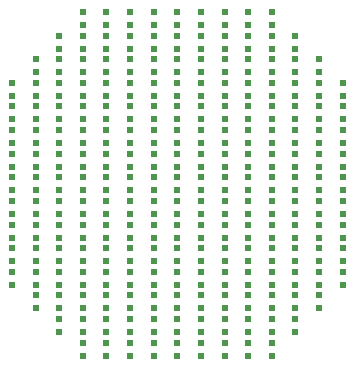
<source format=gbr>
%TF.GenerationSoftware,KiCad,Pcbnew,9.0.1*%
%TF.CreationDate,2025-06-29T08:21:18-07:00*%
%TF.ProjectId,Complete_Watch,436f6d70-6c65-4746-955f-57617463682e,rev?*%
%TF.SameCoordinates,Original*%
%TF.FileFunction,Paste,Top*%
%TF.FilePolarity,Positive*%
%FSLAX46Y46*%
G04 Gerber Fmt 4.6, Leading zero omitted, Abs format (unit mm)*
G04 Created by KiCad (PCBNEW 9.0.1) date 2025-06-29 08:21:18*
%MOMM*%
%LPD*%
G01*
G04 APERTURE LIST*
%ADD10R,0.600000X0.600000*%
G04 APERTURE END LIST*
D10*
%TO.C,D126*%
X216000000Y-88950000D03*
X216000000Y-90050000D03*
%TD*%
%TO.C,D175*%
X226000000Y-94950000D03*
X226000000Y-96050000D03*
%TD*%
%TO.C,D40*%
X224000000Y-76950000D03*
X224000000Y-78050000D03*
%TD*%
%TO.C,D27*%
X226000000Y-74950000D03*
X226000000Y-76050000D03*
%TD*%
%TO.C,D32*%
X236000000Y-74950000D03*
X236000000Y-76050000D03*
%TD*%
%TO.C,D137*%
X238000000Y-88950000D03*
X238000000Y-90050000D03*
%TD*%
%TO.C,D57*%
X228000000Y-78950000D03*
X228000000Y-80050000D03*
%TD*%
%TO.C,D43*%
X230000000Y-76950000D03*
X230000000Y-78050000D03*
%TD*%
%TO.C,D66*%
X216000000Y-80950000D03*
X216000000Y-82050000D03*
%TD*%
%TO.C,D25*%
X222000000Y-74950000D03*
X222000000Y-76050000D03*
%TD*%
%TO.C,D149*%
X232000000Y-90950000D03*
X232000000Y-92050000D03*
%TD*%
%TO.C,D84*%
X222000000Y-82950000D03*
X222000000Y-84050000D03*
%TD*%
%TO.C,D143*%
X220000000Y-90950000D03*
X220000000Y-92050000D03*
%TD*%
%TO.C,D77*%
X238000000Y-80950000D03*
X238000000Y-82050000D03*
%TD*%
%TO.C,D20*%
X236000000Y-72950000D03*
X236000000Y-74050000D03*
%TD*%
%TO.C,D33*%
X238000000Y-74950000D03*
X238000000Y-76050000D03*
%TD*%
%TO.C,D52*%
X218000000Y-78950000D03*
X218000000Y-80050000D03*
%TD*%
%TO.C,D76*%
X236000000Y-80950000D03*
X236000000Y-82050000D03*
%TD*%
%TO.C,D187*%
X226000000Y-96950000D03*
X226000000Y-98050000D03*
%TD*%
%TO.C,D28*%
X228000000Y-74950000D03*
X228000000Y-76050000D03*
%TD*%
%TO.C,D153*%
X240000000Y-90950000D03*
X240000000Y-92050000D03*
%TD*%
%TO.C,D180*%
X236000000Y-94950000D03*
X236000000Y-96050000D03*
%TD*%
%TO.C,D182*%
X216000000Y-96950000D03*
X216000000Y-98050000D03*
%TD*%
%TO.C,D125*%
X214000000Y-88950000D03*
X214000000Y-90050000D03*
%TD*%
%TO.C,D105*%
X234000000Y-84950000D03*
X234000000Y-86050000D03*
%TD*%
%TO.C,D199*%
X230000000Y-98950000D03*
X230000000Y-100050000D03*
%TD*%
%TO.C,D186*%
X224000000Y-96950000D03*
X224000000Y-98050000D03*
%TD*%
%TO.C,D5*%
X226000000Y-70950000D03*
X226000000Y-72050000D03*
%TD*%
%TO.C,D69*%
X222000000Y-80950000D03*
X222000000Y-82050000D03*
%TD*%
%TO.C,D94*%
X212000000Y-84950000D03*
X212000000Y-86050000D03*
%TD*%
%TO.C,D122*%
X238000000Y-86950000D03*
X238000000Y-88050000D03*
%TD*%
%TO.C,D79*%
X212000000Y-82950000D03*
X212000000Y-84050000D03*
%TD*%
%TO.C,D154*%
X212000000Y-92950000D03*
X212000000Y-94050000D03*
%TD*%
%TO.C,D45*%
X234000000Y-76950000D03*
X234000000Y-78050000D03*
%TD*%
%TO.C,D197*%
X226000000Y-98950000D03*
X226000000Y-100050000D03*
%TD*%
%TO.C,D150*%
X234000000Y-90950000D03*
X234000000Y-92050000D03*
%TD*%
%TO.C,D172*%
X220000000Y-94950000D03*
X220000000Y-96050000D03*
%TD*%
%TO.C,D159*%
X222000000Y-92950000D03*
X222000000Y-94050000D03*
%TD*%
%TO.C,D188*%
X228000000Y-96950000D03*
X228000000Y-98050000D03*
%TD*%
%TO.C,D74*%
X232000000Y-80950000D03*
X232000000Y-82050000D03*
%TD*%
%TO.C,D200*%
X232000000Y-98950000D03*
X232000000Y-100050000D03*
%TD*%
%TO.C,D54*%
X222000000Y-78950000D03*
X222000000Y-80050000D03*
%TD*%
%TO.C,D78*%
X240000000Y-80950000D03*
X240000000Y-82050000D03*
%TD*%
%TO.C,D127*%
X218000000Y-88950000D03*
X218000000Y-90050000D03*
%TD*%
%TO.C,D8*%
X232000000Y-70950000D03*
X232000000Y-72050000D03*
%TD*%
%TO.C,D195*%
X222000000Y-98950000D03*
X222000000Y-100050000D03*
%TD*%
%TO.C,D103*%
X230000000Y-84950000D03*
X230000000Y-86050000D03*
%TD*%
%TO.C,D173*%
X222000000Y-94950000D03*
X222000000Y-96050000D03*
%TD*%
%TO.C,D138*%
X240000000Y-88950000D03*
X240000000Y-90050000D03*
%TD*%
%TO.C,D111*%
X216000000Y-86950000D03*
X216000000Y-88050000D03*
%TD*%
%TO.C,D114*%
X222000000Y-86950000D03*
X222000000Y-88050000D03*
%TD*%
%TO.C,D93*%
X240000000Y-82950000D03*
X240000000Y-84050000D03*
%TD*%
%TO.C,D3*%
X222000000Y-70950000D03*
X222000000Y-72050000D03*
%TD*%
%TO.C,D23*%
X218000000Y-74950000D03*
X218000000Y-76050000D03*
%TD*%
%TO.C,D133*%
X230000000Y-88950000D03*
X230000000Y-90050000D03*
%TD*%
%TO.C,D145*%
X224000000Y-90950000D03*
X224000000Y-92050000D03*
%TD*%
%TO.C,D72*%
X228000000Y-80950000D03*
X228000000Y-82050000D03*
%TD*%
%TO.C,D30*%
X232000000Y-74950000D03*
X232000000Y-76050000D03*
%TD*%
%TO.C,D14*%
X224000000Y-72950000D03*
X224000000Y-74050000D03*
%TD*%
%TO.C,D68*%
X220000000Y-80950000D03*
X220000000Y-82050000D03*
%TD*%
%TO.C,D124*%
X212000000Y-88950000D03*
X212000000Y-90050000D03*
%TD*%
%TO.C,D19*%
X234000000Y-72950000D03*
X234000000Y-74050000D03*
%TD*%
%TO.C,D65*%
X214000000Y-80950000D03*
X214000000Y-82050000D03*
%TD*%
%TO.C,D34*%
X212000000Y-76950000D03*
X212000000Y-78050000D03*
%TD*%
%TO.C,D183*%
X218000000Y-96950000D03*
X218000000Y-98050000D03*
%TD*%
%TO.C,D92*%
X238000000Y-82950000D03*
X238000000Y-84050000D03*
%TD*%
%TO.C,D152*%
X238000000Y-90950000D03*
X238000000Y-92050000D03*
%TD*%
%TO.C,D147*%
X228000000Y-90950000D03*
X228000000Y-92050000D03*
%TD*%
%TO.C,D55*%
X224000000Y-78950000D03*
X224000000Y-80050000D03*
%TD*%
%TO.C,D136*%
X236000000Y-88950000D03*
X236000000Y-90050000D03*
%TD*%
%TO.C,D117*%
X228000000Y-86950000D03*
X228000000Y-88050000D03*
%TD*%
%TO.C,D189*%
X230000000Y-96950000D03*
X230000000Y-98050000D03*
%TD*%
%TO.C,D176*%
X228000000Y-94950000D03*
X228000000Y-96050000D03*
%TD*%
%TO.C,D163*%
X230000000Y-92950000D03*
X230000000Y-94050000D03*
%TD*%
%TO.C,D116*%
X226000000Y-86950000D03*
X226000000Y-88050000D03*
%TD*%
%TO.C,D70*%
X224000000Y-80950000D03*
X224000000Y-82050000D03*
%TD*%
%TO.C,D109*%
X212000000Y-86950000D03*
X212000000Y-88050000D03*
%TD*%
%TO.C,D146*%
X226000000Y-90950000D03*
X226000000Y-92050000D03*
%TD*%
%TO.C,D82*%
X218000000Y-82950000D03*
X218000000Y-84050000D03*
%TD*%
%TO.C,D6*%
X228000000Y-70950000D03*
X228000000Y-72050000D03*
%TD*%
%TO.C,D194*%
X220000000Y-98950000D03*
X220000000Y-100050000D03*
%TD*%
%TO.C,D121*%
X236000000Y-86950000D03*
X236000000Y-88050000D03*
%TD*%
%TO.C,D196*%
X224000000Y-98950000D03*
X224000000Y-100050000D03*
%TD*%
%TO.C,D17*%
X230000000Y-72950000D03*
X230000000Y-74050000D03*
%TD*%
%TO.C,D26*%
X224000000Y-74950000D03*
X224000000Y-76050000D03*
%TD*%
%TO.C,D98*%
X220000000Y-84950000D03*
X220000000Y-86050000D03*
%TD*%
%TO.C,D12*%
X220000000Y-72950000D03*
X220000000Y-74050000D03*
%TD*%
%TO.C,D89*%
X232000000Y-82950000D03*
X232000000Y-84050000D03*
%TD*%
%TO.C,D13*%
X222000000Y-72950000D03*
X222000000Y-74050000D03*
%TD*%
%TO.C,D39*%
X222000000Y-76950000D03*
X222000000Y-78050000D03*
%TD*%
%TO.C,D96*%
X216000000Y-84950000D03*
X216000000Y-86050000D03*
%TD*%
%TO.C,D185*%
X222000000Y-96950000D03*
X222000000Y-98050000D03*
%TD*%
%TO.C,D139*%
X212000000Y-90950000D03*
X212000000Y-92050000D03*
%TD*%
%TO.C,D36*%
X216000000Y-76950000D03*
X216000000Y-78050000D03*
%TD*%
%TO.C,D64*%
X212000000Y-80950000D03*
X212000000Y-82050000D03*
%TD*%
%TO.C,D164*%
X232000000Y-92950000D03*
X232000000Y-94050000D03*
%TD*%
%TO.C,D106*%
X236000000Y-84950000D03*
X236000000Y-86050000D03*
%TD*%
%TO.C,D60*%
X234000000Y-78950000D03*
X234000000Y-80050000D03*
%TD*%
%TO.C,D160*%
X224000000Y-92950000D03*
X224000000Y-94050000D03*
%TD*%
%TO.C,D90*%
X234000000Y-82950000D03*
X234000000Y-84050000D03*
%TD*%
%TO.C,D119*%
X232000000Y-86950000D03*
X232000000Y-88050000D03*
%TD*%
%TO.C,D131*%
X226000000Y-88950000D03*
X226000000Y-90050000D03*
%TD*%
%TO.C,D177*%
X230000000Y-94950000D03*
X230000000Y-96050000D03*
%TD*%
%TO.C,D142*%
X218000000Y-90950000D03*
X218000000Y-92050000D03*
%TD*%
%TO.C,D118*%
X230000000Y-86950000D03*
X230000000Y-88050000D03*
%TD*%
%TO.C,D47*%
X238000000Y-76950000D03*
X238000000Y-78050000D03*
%TD*%
%TO.C,D50*%
X214000000Y-78950000D03*
X214000000Y-80050000D03*
%TD*%
%TO.C,D129*%
X222000000Y-88950000D03*
X222000000Y-90050000D03*
%TD*%
%TO.C,D21*%
X214000000Y-74950000D03*
X214000000Y-76050000D03*
%TD*%
%TO.C,D104*%
X232000000Y-84950000D03*
X232000000Y-86050000D03*
%TD*%
%TO.C,D155*%
X214000000Y-92950000D03*
X214000000Y-94050000D03*
%TD*%
%TO.C,D148*%
X230000000Y-90950000D03*
X230000000Y-92050000D03*
%TD*%
%TO.C,D170*%
X216000000Y-94950000D03*
X216000000Y-96050000D03*
%TD*%
%TO.C,D120*%
X234000000Y-86950000D03*
X234000000Y-88050000D03*
%TD*%
%TO.C,D201*%
X234000000Y-98950000D03*
X234000000Y-100050000D03*
%TD*%
%TO.C,D97*%
X218000000Y-84950000D03*
X218000000Y-86050000D03*
%TD*%
%TO.C,D181*%
X238000000Y-94950000D03*
X238000000Y-96050000D03*
%TD*%
%TO.C,D191*%
X234000000Y-96950000D03*
X234000000Y-98050000D03*
%TD*%
%TO.C,D11*%
X218000000Y-72950000D03*
X218000000Y-74050000D03*
%TD*%
%TO.C,D102*%
X228000000Y-84950000D03*
X228000000Y-86050000D03*
%TD*%
%TO.C,D95*%
X214000000Y-84950000D03*
X214000000Y-86050000D03*
%TD*%
%TO.C,D48*%
X240000000Y-77000000D03*
X240000000Y-78100000D03*
%TD*%
%TO.C,D161*%
X226000000Y-92950000D03*
X226000000Y-94050000D03*
%TD*%
%TO.C,D73*%
X230000000Y-80950000D03*
X230000000Y-82050000D03*
%TD*%
%TO.C,D2*%
X220000000Y-70950000D03*
X220000000Y-72050000D03*
%TD*%
%TO.C,D101*%
X226000000Y-84950000D03*
X226000000Y-86050000D03*
%TD*%
%TO.C,D179*%
X234000000Y-94950000D03*
X234000000Y-96050000D03*
%TD*%
%TO.C,D56*%
X226000000Y-78950000D03*
X226000000Y-80050000D03*
%TD*%
%TO.C,D24*%
X220000000Y-74950000D03*
X220000000Y-76050000D03*
%TD*%
%TO.C,D141*%
X216000000Y-90950000D03*
X216000000Y-92050000D03*
%TD*%
%TO.C,D168*%
X240000000Y-92950000D03*
X240000000Y-94050000D03*
%TD*%
%TO.C,D35*%
X214000000Y-76950000D03*
X214000000Y-78050000D03*
%TD*%
%TO.C,D62*%
X238000000Y-78950000D03*
X238000000Y-80050000D03*
%TD*%
%TO.C,D83*%
X220000000Y-82950000D03*
X220000000Y-84050000D03*
%TD*%
%TO.C,D107*%
X238000000Y-84950000D03*
X238000000Y-86050000D03*
%TD*%
%TO.C,D158*%
X220000000Y-92950000D03*
X220000000Y-94050000D03*
%TD*%
%TO.C,D51*%
X216000000Y-78950000D03*
X216000000Y-80050000D03*
%TD*%
%TO.C,D165*%
X234000000Y-92950000D03*
X234000000Y-94050000D03*
%TD*%
%TO.C,D157*%
X218000000Y-92950000D03*
X218000000Y-94050000D03*
%TD*%
%TO.C,D63*%
X240000000Y-78950000D03*
X240000000Y-80050000D03*
%TD*%
%TO.C,D59*%
X232000000Y-78950000D03*
X232000000Y-80050000D03*
%TD*%
%TO.C,D85*%
X224000000Y-82950000D03*
X224000000Y-84050000D03*
%TD*%
%TO.C,D140*%
X214000000Y-90950000D03*
X214000000Y-92050000D03*
%TD*%
%TO.C,D174*%
X224000000Y-94950000D03*
X224000000Y-96050000D03*
%TD*%
%TO.C,D22*%
X216000000Y-74950000D03*
X216000000Y-76050000D03*
%TD*%
%TO.C,D9*%
X234000000Y-70950000D03*
X234000000Y-72050000D03*
%TD*%
%TO.C,D169*%
X214000000Y-94900000D03*
X214000000Y-96000000D03*
%TD*%
%TO.C,D135*%
X234000000Y-88950000D03*
X234000000Y-90050000D03*
%TD*%
%TO.C,D162*%
X228000000Y-92950000D03*
X228000000Y-94050000D03*
%TD*%
%TO.C,D49*%
X212000000Y-78950000D03*
X212000000Y-80050000D03*
%TD*%
%TO.C,D86*%
X226000000Y-82950000D03*
X226000000Y-84050000D03*
%TD*%
%TO.C,D193*%
X218000000Y-98950000D03*
X218000000Y-100050000D03*
%TD*%
%TO.C,D81*%
X216000000Y-82950000D03*
X216000000Y-84050000D03*
%TD*%
%TO.C,D184*%
X220000000Y-96950000D03*
X220000000Y-98050000D03*
%TD*%
%TO.C,D130*%
X224000000Y-88950000D03*
X224000000Y-90050000D03*
%TD*%
%TO.C,D42*%
X228000000Y-76950000D03*
X228000000Y-78050000D03*
%TD*%
%TO.C,D134*%
X232000000Y-88950000D03*
X232000000Y-90050000D03*
%TD*%
%TO.C,D37*%
X218000000Y-76950000D03*
X218000000Y-78050000D03*
%TD*%
%TO.C,D61*%
X236000000Y-78950000D03*
X236000000Y-80050000D03*
%TD*%
%TO.C,D7*%
X230000000Y-70950000D03*
X230000000Y-72050000D03*
%TD*%
%TO.C,D171*%
X218000000Y-94950000D03*
X218000000Y-96050000D03*
%TD*%
%TO.C,D167*%
X238000000Y-92950000D03*
X238000000Y-94050000D03*
%TD*%
%TO.C,D112*%
X218000000Y-86950000D03*
X218000000Y-88050000D03*
%TD*%
%TO.C,D67*%
X218000000Y-80950000D03*
X218000000Y-82050000D03*
%TD*%
%TO.C,D41*%
X226000000Y-76950000D03*
X226000000Y-78050000D03*
%TD*%
%TO.C,D71*%
X226000000Y-80950000D03*
X226000000Y-82050000D03*
%TD*%
%TO.C,D75*%
X234000000Y-80950000D03*
X234000000Y-82050000D03*
%TD*%
%TO.C,D80*%
X214000000Y-82950000D03*
X214000000Y-84050000D03*
%TD*%
%TO.C,D128*%
X220000000Y-88950000D03*
X220000000Y-90050000D03*
%TD*%
%TO.C,D132*%
X228000000Y-88950000D03*
X228000000Y-90050000D03*
%TD*%
%TO.C,D29*%
X230000000Y-74950000D03*
X230000000Y-76050000D03*
%TD*%
%TO.C,D144*%
X222000000Y-90950000D03*
X222000000Y-92050000D03*
%TD*%
%TO.C,D123*%
X240000000Y-86950000D03*
X240000000Y-88050000D03*
%TD*%
%TO.C,D156*%
X216000000Y-92950000D03*
X216000000Y-94050000D03*
%TD*%
%TO.C,D110*%
X214000000Y-86950000D03*
X214000000Y-88050000D03*
%TD*%
%TO.C,D151*%
X236000000Y-90950000D03*
X236000000Y-92050000D03*
%TD*%
%TO.C,D99*%
X222000000Y-84950000D03*
X222000000Y-86050000D03*
%TD*%
%TO.C,D53*%
X220000000Y-78950000D03*
X220000000Y-80050000D03*
%TD*%
%TO.C,D108*%
X240000000Y-84950000D03*
X240000000Y-86050000D03*
%TD*%
%TO.C,D18*%
X232000000Y-72950000D03*
X232000000Y-74050000D03*
%TD*%
%TO.C,D88*%
X230000000Y-82950000D03*
X230000000Y-84050000D03*
%TD*%
%TO.C,D178*%
X232000000Y-94950000D03*
X232000000Y-96050000D03*
%TD*%
%TO.C,D113*%
X220000000Y-86950000D03*
X220000000Y-88050000D03*
%TD*%
%TO.C,D192*%
X236000000Y-96950000D03*
X236000000Y-98050000D03*
%TD*%
%TO.C,D15*%
X226000000Y-72950000D03*
X226000000Y-74050000D03*
%TD*%
%TO.C,D87*%
X228000000Y-82950000D03*
X228000000Y-84050000D03*
%TD*%
%TO.C,D100*%
X224000000Y-84950000D03*
X224000000Y-86050000D03*
%TD*%
%TO.C,D31*%
X234000000Y-74950000D03*
X234000000Y-76050000D03*
%TD*%
%TO.C,D38*%
X220000000Y-76950000D03*
X220000000Y-78050000D03*
%TD*%
%TO.C,D16*%
X228000000Y-72950000D03*
X228000000Y-74050000D03*
%TD*%
%TO.C,D44*%
X232000000Y-76950000D03*
X232000000Y-78050000D03*
%TD*%
%TO.C,D4*%
X224000000Y-70950000D03*
X224000000Y-72050000D03*
%TD*%
%TO.C,D46*%
X236000000Y-76950000D03*
X236000000Y-78050000D03*
%TD*%
%TO.C,D91*%
X236000000Y-82950000D03*
X236000000Y-84050000D03*
%TD*%
%TO.C,D1*%
X218000000Y-70950000D03*
X218000000Y-72050000D03*
%TD*%
%TO.C,D166*%
X236000000Y-92950000D03*
X236000000Y-94050000D03*
%TD*%
%TO.C,D190*%
X232000000Y-96950000D03*
X232000000Y-98050000D03*
%TD*%
%TO.C,D115*%
X224000000Y-86950000D03*
X224000000Y-88050000D03*
%TD*%
%TO.C,D10*%
X216000000Y-72950000D03*
X216000000Y-74050000D03*
%TD*%
%TO.C,D198*%
X228000000Y-98950000D03*
X228000000Y-100050000D03*
%TD*%
%TO.C,D58*%
X230000000Y-78950000D03*
X230000000Y-80050000D03*
%TD*%
M02*

</source>
